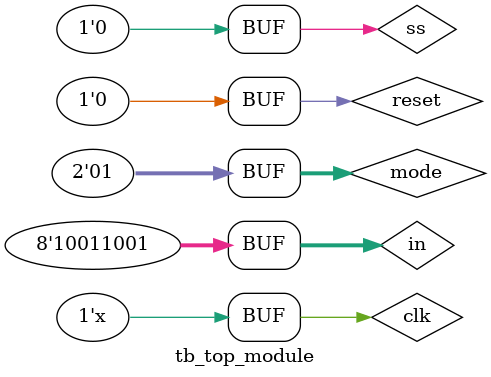
<source format=v>
`timescale 1ns / 1ps

module tb_top_module;

    reg clk = 0;
    reg ss = 0;
    reg reset = 0;
    reg [1:0] mode = 0;
    reg [7:0] in = 8'b10011001;
    
    wire [6:0] sseg;
    wire [3:0] an;
    wire dp;
    
    top_module ut (clk, ss, reset, mode, in, sseg, an, dp);
    
    
    initial begin
    
    ss = 1;
    
    #100;
    
    ss = 0;
    
    #10000;
    
    ss = 1;
    
    #10000;
    
    ss = 0;
    
    #10000;
    
    mode = 1;
    reset = 1;
    
    #10000
    reset = 0;
    ss = 1;
    
    #100;
    
    ss = 0;
    
    #10000;
    
    end
    
    always
    #5 clk = ~clk;
    
    
endmodule

</source>
